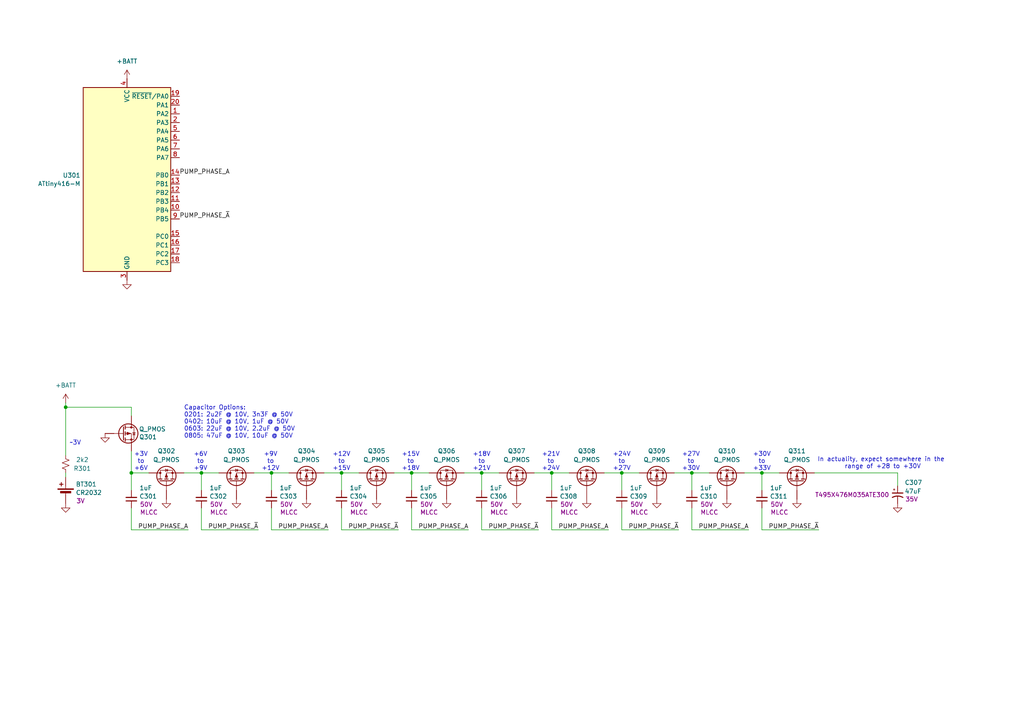
<source format=kicad_sch>
(kicad_sch (version 20250114) (generator "eeschema") (generator_version "9.0")
  (paper "A4")
  (lib_symbols
    (symbol "Device:Battery_Cell" (pin_numbers (hide yes)) (pin_names (offset 0) (hide yes))
      (property "Reference" "BT1" (at -2.921 3.0536 0))
      (property "Value" "CR2032" (at -2.921 0.6294 0))
      (symbol "Battery_Cell_0_1"
        (rectangle (start -2.286 1.778) (end 2.286 1.524) (fill (type outline)))
        (rectangle (start -1.524 1.016) (end 1.524 0.508) (fill (type outline)))
        (polyline (pts (xy 0 1.778) (xy 0 2.54)))
        (polyline (pts (xy 0 0.762) (xy 0 0)))
        (polyline (pts (xy 0.762 3.048) (xy 1.778 3.048)) (stroke (width 0.254)))
        (polyline (pts (xy 1.27 3.556) (xy 1.27 2.54)) (stroke (width 0.254)))
      )
      (symbol "Battery_Cell_1_1"
        (pin passive line (at 0 5.08 270) (length 2.54) (name "+") (number "1"))
        (pin passive line (at 0 -2.54 90) (length 2.54) (name "2") (number "2"))
      )
    )
    (symbol "Device:C_Polarized_Small_US" (pin_numbers (hide yes)) (pin_names (offset 0.254) (hide yes))
      (property "Reference" "C" (at 0.254 1.778 0))
      (property "Value" "C_Polarized_Small_US" (at 0.254 -2.032 0))
      (symbol "C_Polarized_Small_US_0_1"
        (polyline (pts (xy -1.524 0.508) (xy 1.524 0.508)) (stroke (width 0.3048)))
        (polyline (pts (xy -1.27 1.524) (xy -0.762 1.524)))
        (polyline (pts (xy -1.016 1.27) (xy -1.016 1.778)))
        (arc (start -1.524 -0.762) (mid 0 -0.3734) (end 1.524 -0.762) (stroke (width 0.3048)))
      )
      (symbol "C_Polarized_Small_US_1_1"
        (pin passive line (at 0 2.54 270) (length 2.032) (name "~") (number "1"))
        (pin passive line (at 0 -2.54 90) (length 2.032) (name "~") (number "2"))
      )
    )
    (symbol "Device:C_Small" (pin_numbers (hide yes)) (pin_names (offset 0.254) (hide yes))
      (property "Reference" "C" (at 0.254 1.778 0))
      (property "Value" "C_Small" (at 0.254 -2.032 0))
      (symbol "C_Small_0_1"
        (polyline (pts (xy -1.524 0.508) (xy 1.524 0.508)) (stroke (width 0.3048)))
        (polyline (pts (xy -1.524 -0.508) (xy 1.524 -0.508)) (stroke (width 0.3302)))
      )
      (symbol "C_Small_1_1"
        (pin passive line (at 0 2.54 270) (length 2.032) (name "~") (number "1"))
        (pin passive line (at 0 -2.54 90) (length 2.032) (name "~") (number "2"))
      )
    )
    (symbol "Device:Q_PMOS" (pin_numbers (hide yes)) (pin_names (offset 0) (hide yes))
      (property "Reference" "Q" (at 5.08 1.27 0))
      (property "Value" "Q_PMOS" (at 5.08 -1.27 0))
      (symbol "Q_PMOS_0_1"
        (polyline (pts (xy 0.254 1.905) (xy 0.254 -1.905)) (stroke (width 0.254)))
        (polyline (pts (xy 0.254 0) (xy -2.54 0)))
        (polyline (pts (xy 0.762 2.286) (xy 0.762 1.27)) (stroke (width 0.254)))
        (polyline (pts (xy 0.762 1.778) (xy 3.302 1.778) (xy 3.302 -1.778) (xy 0.762 -1.778)))
        (polyline (pts (xy 0.762 0.508) (xy 0.762 -0.508)) (stroke (width 0.254)))
        (polyline (pts (xy 0.762 -1.27) (xy 0.762 -2.286)) (stroke (width 0.254)))
        (circle (center 1.651 0) (radius 2.794) (stroke (width 0.254)))
        (polyline (pts (xy 2.286 0) (xy 1.27 0.381) (xy 1.27 -0.381) (xy 2.286 0)) (fill (type outline)))
        (polyline (pts (xy 2.54 2.54) (xy 2.54 1.778)))
        (circle (center 2.54 1.778) (radius 0.254) (fill (type outline)))
        (circle (center 2.54 -1.778) (radius 0.254) (fill (type outline)))
        (polyline (pts (xy 2.54 -2.54) (xy 2.54 0) (xy 0.762 0)))
        (polyline (pts (xy 2.921 -0.381) (xy 3.683 -0.381)))
        (polyline (pts (xy 3.302 -0.381) (xy 2.921 0.254) (xy 3.683 0.254) (xy 3.302 -0.381)))
      )
      (symbol "Q_PMOS_1_1"
        (pin input line (at -5.08 0 0) (length 2.54) (name "G") (number "G"))
        (pin passive line (at 2.54 5.08 270) (length 2.54) (name "D") (number "D"))
        (pin passive line (at 2.54 -5.08 90) (length 2.54) (name "S") (number "S"))
      )
    )
    (symbol "Device:R_Small_US" (pin_numbers (hide yes)) (pin_names (offset 0.254) (hide yes))
      (property "Reference" "R" (at 0.762 0.508 0))
      (property "Value" "R_Small_US" (at 0.762 -1.016 0))
      (symbol "R_Small_US_1_1"
        (polyline (pts (xy 0 1.524) (xy 1.016 1.143) (xy 0 0.762) (xy -1.016 0.381) (xy 0 0)))
        (polyline (pts (xy 0 0) (xy 1.016 -0.381) (xy 0 -0.762) (xy -1.016 -1.143) (xy 0 -1.524)))
        (pin passive line (at 0 2.54 270) (length 1.016) (name "~") (number "1"))
        (pin passive line (at 0 -2.54 90) (length 1.016) (name "~") (number "2"))
      )
    )
    (symbol "MCU_Microchip_ATtiny:ATtiny416-M"
      (property "Reference" "U6" (at 2.1941 24.4645 0))
      (property "Value" "ATtiny416-M" (at 2.1941 22.0402 0))
      (symbol "ATtiny416-M_0_1"
        (rectangle (start -12.7 20.32) (end 12.7 -33.02) (stroke (width 0.254)) (fill (type background)))
      )
      (symbol "ATtiny416-M_1_1"
        (pin power_in line (at 0 22.86 270) (length 2.54) (name "VCC") (number "4"))
        (pin passive line (at 0 -35.56 90) (length 2.54) (hide yes) (name "GND") (number "21"))
        (pin power_in line (at 0 -35.56 90) (length 2.54) (name "GND") (number "3"))
        (pin bidirectional line (at 15.24 17.78 180) (length 2.54) (name "~{RESET}/PA0") (number "19"))
        (pin bidirectional line (at 15.24 15.24 180) (length 2.54) (name "PA1") (number "20"))
        (pin bidirectional line (at 15.24 12.7 180) (length 2.54) (name "PA2") (number "1"))
        (pin bidirectional line (at 15.24 10.16 180) (length 2.54) (name "PA3") (number "2"))
        (pin bidirectional line (at 15.24 7.62 180) (length 2.54) (name "PA4") (number "5"))
        (pin bidirectional line (at 15.24 5.08 180) (length 2.54) (name "PA5") (number "6"))
        (pin bidirectional line (at 15.24 2.54 180) (length 2.54) (name "PA6") (number "7"))
        (pin bidirectional line (at 15.24 0 180) (length 2.54) (name "PA7") (number "8"))
        (pin bidirectional line (at 15.24 -5.08 180) (length 2.54) (name "PB0") (number "14"))
        (pin bidirectional line (at 15.24 -7.62 180) (length 2.54) (name "PB1") (number "13"))
        (pin bidirectional line (at 15.24 -10.16 180) (length 2.54) (name "PB2") (number "12"))
        (pin bidirectional line (at 15.24 -12.7 180) (length 2.54) (name "PB3") (number "11"))
        (pin bidirectional line (at 15.24 -15.24 180) (length 2.54) (name "PB4") (number "10"))
        (pin bidirectional line (at 15.24 -17.78 180) (length 2.54) (name "PB5") (number "9"))
        (pin bidirectional line (at 15.24 -22.86 180) (length 2.54) (name "PC0") (number "15"))
        (pin bidirectional line (at 15.24 -25.4 180) (length 2.54) (name "PC1") (number "16"))
        (pin bidirectional line (at 15.24 -27.94 180) (length 2.54) (name "PC2") (number "17"))
        (pin bidirectional line (at 15.24 -30.48 180) (length 2.54) (name "PC3") (number "18"))
      )
    )
    (symbol "power:+BATT" (power) (pin_numbers (hide yes)) (pin_names (offset 0) (hide yes))
      (property "Value" "+BATT" (at 0 3.556 0))
      (symbol "+BATT_0_1"
        (polyline (pts (xy -0.762 1.27) (xy 0 2.54)))
        (polyline (pts (xy 0 2.54) (xy 0.762 1.27)))
        (polyline (pts (xy 0 0) (xy 0 2.54)))
      )
      (symbol "+BATT_1_1"
        (pin power_in line (at 0 0 90) (length 0) (name "~") (number "1"))
      )
    )
    (symbol "power:GND" (power) (pin_names (offset 0))
      (property "Value" "GND" (at 0 -3.81 0))
      (symbol "GND_0_1"
        (polyline (pts (xy 0 0) (xy 0 -1.27) (xy 1.27 -1.27) (xy 0 -2.54) (xy -1.27 -1.27) (xy 0 -1.27)))
      )
      (symbol "GND_1_1"
        (pin power_in line (at 0 0 270) (length 0) (hide yes) (name "GND") (number "1"))
      )
    )
  )
  (text "~3V" (at 21.844 128.524 0) (effects (font (size 1.27 1.27))))
  (text "+9V\nto\n+12V" (at 78.486 133.858 0) (effects (font (size 1.27 1.27))))
  (text "+30V\nto\n+33V" (at 220.98 133.858 0) (effects (font (size 1.27 1.27))))
  (text "+27V\nto\n+30V" (at 200.406 133.858 0) (effects (font (size 1.27 1.27))))
  (text "+12V\nto\n+15V" (at 99.06 133.858 0) (effects (font (size 1.27 1.27))))
  (text "+18V\nto\n+21V" (at 139.7 133.858 0) (effects (font (size 1.27 1.27))))
  (text "+15V\nto\n+18V" (at 119.126 133.858 0) (effects (font (size 1.27 1.27))))
  (text "+21V\nto\n+24V" (at 159.766 133.858 0) (effects (font (size 1.27 1.27))))
  (text "+3V\nto\n+6V" (at 40.894 133.858 0) (effects (font (size 1.27 1.27))))
  (text "+24V\nto\n+27V" (at 180.34 133.858 0) (effects (font (size 1.27 1.27))))
  (text "+6V\nto\n+9V" (at 58.166 133.858 0) (effects (font (size 1.27 1.27))))
  (text "In actuality, expect somewhere in the \nrange of +28 to +30V" (at 256.032 134.366 0) (effects (font (size 1.27 1.27))))
  (text "Capacitor Options:\n0201: 2u2F @ 10V, 3n3F @ 50V\n0402: 10uF @ 10V, 1uF @ 50V\n0603: 22uF @ 10V, 2.2uF @ 50V\n0805: 47uF @ 10V, 10uF @ 50V" (at 53.34 122.428 0) (effects (font (size 1.27 1.27)) (justify left)))
  (junction (at 119.38 137.16))
  (junction (at 160.02 137.16))
  (junction (at 19.05 118.11))
  (junction (at 99.06 137.16))
  (junction (at 220.98 137.16))
  (junction (at 180.34 137.16))
  (junction (at 200.66 137.16))
  (junction (at 139.7 137.16))
  (junction (at 58.42 137.16))
  (junction (at 38.1 137.16))
  (junction (at 78.74 137.16))
  (wire (pts (xy 73.66 137.16) (xy 78.74 137.16)))
  (wire (pts (xy 176.53 153.67) (xy 160.02 153.67)))
  (wire (pts (xy 195.58 137.16) (xy 200.66 137.16)))
  (wire (pts (xy 156.21 153.67) (xy 139.7 153.67)))
  (wire (pts (xy 220.98 142.24) (xy 220.98 137.16)))
  (wire (pts (xy 217.17 153.67) (xy 200.66 153.67)))
  (wire (pts (xy 134.62 137.16) (xy 139.7 137.16)))
  (wire (pts (xy 196.85 153.67) (xy 180.34 153.67)))
  (wire (pts (xy 200.66 137.16) (xy 205.74 137.16)))
  (wire (pts (xy 93.98 137.16) (xy 99.06 137.16)))
  (wire (pts (xy 139.7 153.67) (xy 139.7 147.32)))
  (wire (pts (xy 220.98 137.16) (xy 226.06 137.16)))
  (wire (pts (xy 19.05 118.11) (xy 38.1 118.11)))
  (wire (pts (xy 99.06 142.24) (xy 99.06 137.16)))
  (wire (pts (xy 19.05 118.11) (xy 19.05 132.08)))
  (wire (pts (xy 38.1 142.24) (xy 38.1 137.16)))
  (wire (pts (xy 58.42 142.24) (xy 58.42 137.16)))
  (wire (pts (xy 200.66 153.67) (xy 200.66 147.32)))
  (wire (pts (xy 236.22 137.16) (xy 260.35 137.16)))
  (wire (pts (xy 95.25 153.67) (xy 78.74 153.67)))
  (wire (pts (xy 160.02 153.67) (xy 160.02 147.32)))
  (wire (pts (xy 74.93 153.67) (xy 58.42 153.67)))
  (wire (pts (xy 54.61 153.67) (xy 38.1 153.67)))
  (wire (pts (xy 175.26 137.16) (xy 180.34 137.16)))
  (wire (pts (xy 99.06 137.16) (xy 104.14 137.16)))
  (wire (pts (xy 180.34 142.24) (xy 180.34 137.16)))
  (wire (pts (xy 215.9 137.16) (xy 220.98 137.16)))
  (wire (pts (xy 119.38 142.24) (xy 119.38 137.16)))
  (wire (pts (xy 154.94 137.16) (xy 160.02 137.16)))
  (wire (pts (xy 119.38 153.67) (xy 119.38 147.32)))
  (wire (pts (xy 99.06 153.67) (xy 99.06 147.32)))
  (wire (pts (xy 200.66 142.24) (xy 200.66 137.16)))
  (wire (pts (xy 139.7 142.24) (xy 139.7 137.16)))
  (wire (pts (xy 38.1 120.65) (xy 38.1 118.11)))
  (wire (pts (xy 19.05 116.84) (xy 19.05 118.11)))
  (wire (pts (xy 114.3 137.16) (xy 119.38 137.16)))
  (wire (pts (xy 38.1 153.67) (xy 38.1 147.32)))
  (wire (pts (xy 119.38 137.16) (xy 124.46 137.16)))
  (wire (pts (xy 19.05 137.16) (xy 19.05 138.43)))
  (wire (pts (xy 237.49 153.67) (xy 220.98 153.67)))
  (wire (pts (xy 58.42 137.16) (xy 63.5 137.16)))
  (wire (pts (xy 78.74 153.67) (xy 78.74 147.32)))
  (wire (pts (xy 160.02 142.24) (xy 160.02 137.16)))
  (wire (pts (xy 180.34 153.67) (xy 180.34 147.32)))
  (wire (pts (xy 78.74 137.16) (xy 83.82 137.16)))
  (wire (pts (xy 260.35 137.16) (xy 260.35 140.97)))
  (wire (pts (xy 160.02 137.16) (xy 165.1 137.16)))
  (wire (pts (xy 58.42 153.67) (xy 58.42 147.32)))
  (wire (pts (xy 78.74 142.24) (xy 78.74 137.16)))
  (wire (pts (xy 38.1 130.81) (xy 38.1 137.16)))
  (wire (pts (xy 38.1 137.16) (xy 43.18 137.16)))
  (wire (pts (xy 53.34 137.16) (xy 58.42 137.16)))
  (wire (pts (xy 135.89 153.67) (xy 119.38 153.67)))
  (wire (pts (xy 180.34 137.16) (xy 185.42 137.16)))
  (wire (pts (xy 115.57 153.67) (xy 99.06 153.67)))
  (wire (pts (xy 139.7 137.16) (xy 144.78 137.16)))
  (wire (pts (xy 220.98 153.67) (xy 220.98 147.32)))
  (label "PUMP_PHASE_~{A}" (at 74.93 153.67 180))
  (label "PUMP_PHASE_~{A}" (at 196.85 153.67 180))
  (label "PUMP_PHASE_A" (at 135.89 153.67 180))
  (label "PUMP_PHASE_A" (at 95.25 153.67 180))
  (label "PUMP_PHASE_A" (at 52.07 50.8 0))
  (label "PUMP_PHASE_~{A}" (at 156.21 153.67 180))
  (label "PUMP_PHASE_A" (at 217.17 153.67 180))
  (label "PUMP_PHASE_A" (at 176.53 153.67 180))
  (label "PUMP_PHASE_~{A}" (at 52.07 63.5 0))
  (label "PUMP_PHASE_A" (at 54.61 153.67 180))
  (label "PUMP_PHASE_~{A}" (at 237.49 153.67 180))
  (label "PUMP_PHASE_~{A}" (at 115.57 153.67 180))
  (symbol (lib_id "power:+BATT") (at 36.83 22.86 0) (unit 1)
    (property "Reference" "#PWR0308" (effects (hide yes)))
    (property "Value" "+BATT" (at 36.83 17.78 0))
    (property "Description" "Power symbol creates a global label with name \"+BATT\"" (effects (hide yes)))
  )
  (symbol (lib_id "Device:C_Small") (at 38.1 144.78 0) (mirror x) (unit 1)
    (property "Reference" "C301" (at 40.4241 143.9538 0) (effects (justify left)))
    (property "Value" "1uF" (at 40.4241 141.5296 0) (effects (justify left)))
    (property "Footprint" "Library:Worthington_C_0402" (effects (hide yes)))
    (property "Voltage" "50V" (at 42.418 146.304 0))
    (property "Type" "MLCC" (at 43.18 148.59 0))
  )
  (symbol (lib_id "Device:Q_PMOS") (at 170.18 139.7 90) (unit 1)
    (property "Reference" "Q308" (at 170.18 130.81 90))
    (property "Value" "Q_PMOS" (at 170.18 133.35 90))
    (property "Description" "P-MOSFET transistor" (effects (hide yes)))
  )
  (symbol (lib_id "Device:C_Small") (at 200.66 144.78 0) (mirror x) (unit 1)
    (property "Reference" "C310" (at 202.9841 143.9538 0) (effects (justify left)))
    (property "Value" "1uF" (at 202.9841 141.5296 0) (effects (justify left)))
    (property "Footprint" "Library:Worthington_C_0402" (effects (hide yes)))
    (property "Voltage" "50V" (at 204.978 146.304 0))
    (property "Type" "MLCC" (at 205.74 148.59 0))
  )
  (symbol (lib_id "Device:C_Small") (at 180.34 144.78 0) (mirror x) (unit 1)
    (property "Reference" "C309" (at 182.6641 143.9538 0) (effects (justify left)))
    (property "Value" "1uF" (at 182.6641 141.5296 0) (effects (justify left)))
    (property "Footprint" "Library:Worthington_C_0402" (effects (hide yes)))
    (property "Voltage" "50V" (at 184.658 146.304 0))
    (property "Type" "MLCC" (at 185.42 148.59 0))
  )
  (symbol (lib_id "power:GND") (at 30.48 125.73 0) (mirror y) (unit 1)
    (property "Reference" "#PWR0301" (effects (hide yes)))
    (property "Value" "GND" (effects (hide yes)))
  )
  (symbol (lib_id "Device:Q_PMOS") (at 48.26 139.7 90) (unit 1)
    (property "Reference" "Q302" (at 48.26 130.81 90))
    (property "Value" "Q_PMOS" (at 48.26 133.35 90))
    (property "Description" "P-MOSFET transistor" (effects (hide yes)))
  )
  (symbol (lib_id "power:GND") (at 149.86 144.78 0) (mirror y) (unit 1)
    (property "Reference" "#PWR0307" (effects (hide yes)))
    (property "Value" "GND" (effects (hide yes)))
  )
  (symbol (lib_id "power:GND") (at 231.14 144.78 0) (mirror y) (unit 1)
    (property "Reference" "#PWR0315" (effects (hide yes)))
    (property "Value" "GND" (effects (hide yes)))
  )
  (symbol (lib_id "Device:C_Small") (at 160.02 144.78 0) (mirror x) (unit 1)
    (property "Reference" "C308" (at 162.3441 143.9538 0) (effects (justify left)))
    (property "Value" "1uF" (at 162.3441 141.5296 0) (effects (justify left)))
    (property "Footprint" "Library:Worthington_C_0402" (effects (hide yes)))
    (property "Voltage" "50V" (at 164.338 146.304 0))
    (property "Type" "MLCC" (at 165.1 148.59 0))
  )
  (symbol (lib_id "Device:Q_PMOS") (at 210.82 139.7 90) (unit 1)
    (property "Reference" "Q310" (at 210.82 130.81 90))
    (property "Value" "Q_PMOS" (at 210.82 133.35 90))
    (property "Description" "P-MOSFET transistor" (effects (hide yes)))
  )
  (symbol (lib_id "MCU_Microchip_ATtiny:ATtiny416-M") (at 36.83 45.72 0) (unit 1)
    (property "Reference" "U301" (at 23.368 50.8578 0) (effects (justify right)))
    (property "Value" "ATtiny416-M" (at 23.368 53.2821 0) (effects (justify right)))
    (property "Footprint" "Package_DFN_QFN:VQFN-20-1EP_3x3mm_P0.4mm_EP1.7x1.7mm" (effects (hide yes)))
    (property "Datasheet" "http://ww1.microchip.com/downloads/en/DeviceDoc/40001913A.pdf" (effects (hide yes)))
    (property "Description" "20MHz, 4kB Flash, 256B SRAM, 128B EEPROM, VQFN-20" (effects (hide yes)))
  )
  (symbol (lib_id "power:+BATT") (at 19.05 116.84 0) (unit 1)
    (property "Reference" "#PWR0309" (effects (hide yes)))
    (property "Value" "+BATT" (at 19.05 111.76 0))
    (property "Description" "Power symbol creates a global label with name \"+BATT\"" (effects (hide yes)))
  )
  (symbol (lib_id "Device:C_Small") (at 139.7 144.78 0) (mirror x) (unit 1)
    (property "Reference" "C306" (at 142.0241 143.9538 0) (effects (justify left)))
    (property "Value" "1uF" (at 142.0241 141.5296 0) (effects (justify left)))
    (property "Footprint" "Library:Worthington_C_0402" (effects (hide yes)))
    (property "Voltage" "50V" (at 144.018 146.304 0))
    (property "Type" "MLCC" (at 144.78 148.59 0))
  )
  (symbol (lib_id "Device:C_Small") (at 99.06 144.78 0) (mirror x) (unit 1)
    (property "Reference" "C304" (at 101.3841 143.9538 0) (effects (justify left)))
    (property "Value" "1uF" (at 101.3841 141.5296 0) (effects (justify left)))
    (property "Footprint" "Library:Worthington_C_0402" (effects (hide yes)))
    (property "Voltage" "50V" (at 103.378 146.304 0))
    (property "Type" "MLCC" (at 104.14 148.59 0))
  )
  (symbol (lib_id "Device:Q_PMOS") (at 88.9 139.7 90) (unit 1)
    (property "Reference" "Q304" (at 88.9 130.81 90))
    (property "Value" "Q_PMOS" (at 88.9 133.35 90))
    (property "Description" "P-MOSFET transistor" (effects (hide yes)))
  )
  (symbol (lib_id "Device:Q_PMOS") (at 231.14 139.7 90) (unit 1)
    (property "Reference" "Q311" (at 231.14 130.81 90))
    (property "Value" "Q_PMOS" (at 231.14 133.35 90))
    (property "Description" "P-MOSFET transistor" (effects (hide yes)))
  )
  (symbol (lib_id "power:GND") (at 19.05 146.05 0) (mirror y) (unit 1)
    (property "Reference" "#PWR0310" (effects (hide yes)))
    (property "Value" "GND" (effects (hide yes)))
  )
  (symbol (lib_id "power:GND") (at 109.22 144.78 0) (mirror y) (unit 1)
    (property "Reference" "#PWR0305" (effects (hide yes)))
    (property "Value" "GND" (effects (hide yes)))
  )
  (symbol (lib_id "Device:C_Small") (at 119.38 144.78 0) (mirror x) (unit 1)
    (property "Reference" "C305" (at 121.7041 143.9538 0) (effects (justify left)))
    (property "Value" "1uF" (at 121.7041 141.5296 0) (effects (justify left)))
    (property "Footprint" "Library:Worthington_C_0402" (effects (hide yes)))
    (property "Voltage" "50V" (at 123.698 146.304 0))
    (property "Type" "MLCC" (at 124.46 148.59 0))
  )
  (symbol (lib_id "power:GND") (at 129.54 144.78 0) (mirror y) (unit 1)
    (property "Reference" "#PWR0306" (effects (hide yes)))
    (property "Value" "GND" (effects (hide yes)))
  )
  (symbol (lib_id "Device:Q_PMOS") (at 129.54 139.7 90) (unit 1)
    (property "Reference" "Q306" (at 129.54 130.81 90))
    (property "Value" "Q_PMOS" (at 129.54 133.35 90))
    (property "Description" "P-MOSFET transistor" (effects (hide yes)))
  )
  (symbol (lib_id "power:GND") (at 170.18 144.78 0) (mirror y) (unit 1)
    (property "Reference" "#PWR0312" (effects (hide yes)))
    (property "Value" "GND" (effects (hide yes)))
  )
  (symbol (lib_id "power:GND") (at 48.26 144.78 0) (mirror y) (unit 1)
    (property "Reference" "#PWR0302" (effects (hide yes)))
    (property "Value" "GND" (effects (hide yes)))
  )
  (symbol (lib_id "power:GND") (at 260.35 146.05 0) (mirror y) (unit 1)
    (property "Reference" "#PWR0311" (effects (hide yes)))
    (property "Value" "GND" (effects (hide yes)))
  )
  (symbol (lib_id "Device:Q_PMOS") (at 35.56 125.73 0) (unit 1)
    (property "Reference" "Q301" (at 42.926 126.746 0))
    (property "Value" "Q_PMOS" (at 44.196 124.46 0))
    (property "Description" "P-MOSFET transistor" (effects (hide yes)))
  )
  (symbol (lib_id "Device:Q_PMOS") (at 149.86 139.7 90) (unit 1)
    (property "Reference" "Q307" (at 149.86 130.81 90))
    (property "Value" "Q_PMOS" (at 149.86 133.35 90))
    (property "Description" "P-MOSFET transistor" (effects (hide yes)))
  )
  (symbol (lib_id "power:GND") (at 190.5 144.78 0) (mirror y) (unit 1)
    (property "Reference" "#PWR0313" (effects (hide yes)))
    (property "Value" "GND" (effects (hide yes)))
  )
  (symbol (lib_id "Device:Battery_Cell") (at 19.05 143.51 0) (mirror y) (unit 1)
    (property "Reference" "BT301" (at 21.971 140.4564 0) (effects (justify right)))
    (property "Value" "CR2032" (at 21.971 142.8806 0) (effects (justify right)))
    (property "Footprint" "Battery:BatteryHolder_Keystone_3034_1x20mm" (effects (hide yes)))
    (property "Voltage" "3V" (at 23.368 145.288 0))
  )
  (symbol (lib_id "power:GND") (at 88.9 144.78 0) (mirror y) (unit 1)
    (property "Reference" "#PWR0304" (effects (hide yes)))
    (property "Value" "GND" (effects (hide yes)))
  )
  (symbol (lib_id "power:GND") (at 210.82 144.78 0) (mirror y) (unit 1)
    (property "Reference" "#PWR0314" (effects (hide yes)))
    (property "Value" "GND" (effects (hide yes)))
  )
  (symbol (lib_id "Device:C_Small") (at 58.42 144.78 0) (mirror x) (unit 1)
    (property "Reference" "C302" (at 60.7441 143.9538 0) (effects (justify left)))
    (property "Value" "1uF" (at 60.7441 141.5296 0) (effects (justify left)))
    (property "Footprint" "Library:Worthington_C_0402" (effects (hide yes)))
    (property "Voltage" "50V" (at 62.738 146.304 0))
    (property "Type" "MLCC" (at 63.5 148.59 0))
  )
  (symbol (lib_id "Device:C_Small") (at 220.98 144.78 0) (mirror x) (unit 1)
    (property "Reference" "C311" (at 223.3041 143.9538 0) (effects (justify left)))
    (property "Value" "1uF" (at 223.3041 141.5296 0) (effects (justify left)))
    (property "Footprint" "Library:Worthington_C_0402" (effects (hide yes)))
    (property "Voltage" "50V" (at 225.298 146.304 0))
    (property "Type" "MLCC" (at 226.06 148.59 0))
  )
  (symbol (lib_id "power:GND") (at 36.83 81.28 0) (mirror y) (unit 1)
    (property "Reference" "#PWR0316" (effects (hide yes)))
    (property "Value" "GND" (effects (hide yes)))
  )
  (symbol (lib_id "Device:Q_PMOS") (at 109.22 139.7 90) (unit 1)
    (property "Reference" "Q305" (at 109.22 130.81 90))
    (property "Value" "Q_PMOS" (at 109.22 133.35 90))
    (property "Description" "P-MOSFET transistor" (effects (hide yes)))
  )
  (symbol (lib_id "power:GND") (at 68.58 144.78 0) (mirror y) (unit 1)
    (property "Reference" "#PWR0303" (effects (hide yes)))
    (property "Value" "GND" (effects (hide yes)))
  )
  (symbol (lib_id "Device:Q_PMOS") (at 190.5 139.7 90) (unit 1)
    (property "Reference" "Q309" (at 190.5 130.81 90))
    (property "Value" "Q_PMOS" (at 190.5 133.35 90))
    (property "Description" "P-MOSFET transistor" (effects (hide yes)))
  )
  (symbol (lib_id "Device:Q_PMOS") (at 68.58 139.7 90) (unit 1)
    (property "Reference" "Q303" (at 68.58 130.81 90))
    (property "Value" "Q_PMOS" (at 68.58 133.35 90))
    (property "Description" "P-MOSFET transistor" (effects (hide yes)))
  )
  (symbol (lib_id "Device:C_Small") (at 78.74 144.78 0) (mirror x) (unit 1)
    (property "Reference" "C303" (at 81.0641 143.9538 0) (effects (justify left)))
    (property "Value" "1uF" (at 81.0641 141.5296 0) (effects (justify left)))
    (property "Footprint" "Library:Worthington_C_0402" (effects (hide yes)))
    (property "Voltage" "50V" (at 83.058 146.304 0))
    (property "Type" "MLCC" (at 83.82 148.59 0))
  )
  (symbol (lib_id "Device:R_Small_US") (at 19.05 134.62 0) (unit 1)
    (property "Reference" "R301" (at 23.876 135.89 0))
    (property "Value" "2k2" (at 23.876 133.35 0))
    (property "Footprint" "Library:Worthington_R_0402" (effects (hide yes)))
  )
  (symbol (lib_id "Device:C_Polarized_Small_US") (at 260.35 143.51 0) (unit 1)
    (property "Reference" "C307" (at 262.382 139.954 0) (effects (justify left)))
    (property "Value" "47uF" (at 262.382 142.494 0) (effects (justify left)))
    (property "Footprint" "Library:Worthington_CTant_2917" (effects (hide yes)))
    (property "Datasheet" "https://www.yageogroup.com/content/datasheet/asset/file/KEM_T2009_T495" (effects (hide yes)))
    (property "Description" "47 µF Molded Tantalum Capacitor 35 V 2917 (7343 Metric) 300mOhm" (effects (hide yes)))
    (property "DigiKey Part" "T495X476M035ATE300" (at 247.142 143.51 0))
    (property "DigiKey" "https://datasheets.kyocera-avx.com/TAJ.pdf" (effects (hide yes)))
    (property "Voltage" "35V" (at 264.414 144.78 0))
  )
)
</source>
